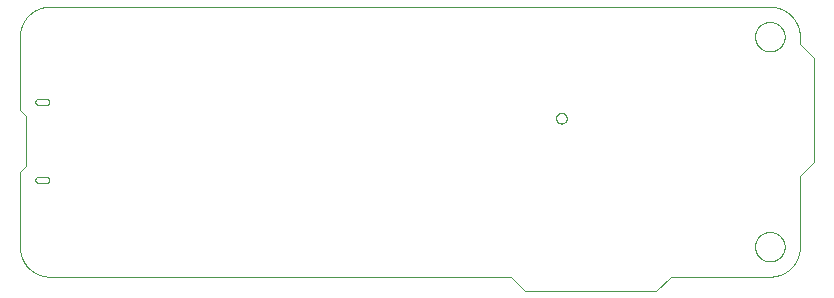
<source format=gbp>
G75*
%MOIN*%
%OFA0B0*%
%FSLAX25Y25*%
%IPPOS*%
%LPD*%
%AMOC8*
5,1,8,0,0,1.08239X$1,22.5*
%
%ADD10C,0.00000*%
D10*
X0031728Y0107122D02*
X0185477Y0107122D01*
X0190201Y0102398D01*
X0233925Y0102398D01*
X0238649Y0107122D01*
X0271728Y0107122D01*
X0266807Y0117122D02*
X0266809Y0117262D01*
X0266815Y0117402D01*
X0266825Y0117541D01*
X0266839Y0117680D01*
X0266857Y0117819D01*
X0266878Y0117957D01*
X0266904Y0118095D01*
X0266934Y0118232D01*
X0266967Y0118367D01*
X0267005Y0118502D01*
X0267046Y0118636D01*
X0267091Y0118769D01*
X0267139Y0118900D01*
X0267192Y0119029D01*
X0267248Y0119158D01*
X0267307Y0119284D01*
X0267371Y0119409D01*
X0267437Y0119532D01*
X0267508Y0119653D01*
X0267581Y0119772D01*
X0267658Y0119889D01*
X0267739Y0120003D01*
X0267822Y0120115D01*
X0267909Y0120225D01*
X0267999Y0120333D01*
X0268091Y0120437D01*
X0268187Y0120539D01*
X0268286Y0120639D01*
X0268387Y0120735D01*
X0268491Y0120829D01*
X0268598Y0120919D01*
X0268707Y0121006D01*
X0268819Y0121091D01*
X0268933Y0121172D01*
X0269049Y0121250D01*
X0269167Y0121324D01*
X0269288Y0121395D01*
X0269410Y0121463D01*
X0269535Y0121527D01*
X0269661Y0121588D01*
X0269788Y0121645D01*
X0269918Y0121698D01*
X0270049Y0121748D01*
X0270181Y0121793D01*
X0270314Y0121836D01*
X0270449Y0121874D01*
X0270584Y0121908D01*
X0270721Y0121939D01*
X0270858Y0121966D01*
X0270996Y0121988D01*
X0271135Y0122007D01*
X0271274Y0122022D01*
X0271413Y0122033D01*
X0271553Y0122040D01*
X0271693Y0122043D01*
X0271833Y0122042D01*
X0271973Y0122037D01*
X0272112Y0122028D01*
X0272252Y0122015D01*
X0272391Y0121998D01*
X0272529Y0121977D01*
X0272667Y0121953D01*
X0272804Y0121924D01*
X0272940Y0121892D01*
X0273075Y0121855D01*
X0273209Y0121815D01*
X0273342Y0121771D01*
X0273473Y0121723D01*
X0273603Y0121672D01*
X0273732Y0121617D01*
X0273859Y0121558D01*
X0273984Y0121495D01*
X0274107Y0121430D01*
X0274229Y0121360D01*
X0274348Y0121287D01*
X0274466Y0121211D01*
X0274581Y0121132D01*
X0274694Y0121049D01*
X0274804Y0120963D01*
X0274912Y0120874D01*
X0275017Y0120782D01*
X0275120Y0120687D01*
X0275220Y0120589D01*
X0275317Y0120489D01*
X0275411Y0120385D01*
X0275503Y0120279D01*
X0275591Y0120171D01*
X0275676Y0120060D01*
X0275758Y0119946D01*
X0275837Y0119830D01*
X0275912Y0119713D01*
X0275984Y0119593D01*
X0276052Y0119471D01*
X0276117Y0119347D01*
X0276179Y0119221D01*
X0276237Y0119094D01*
X0276291Y0118965D01*
X0276342Y0118834D01*
X0276388Y0118702D01*
X0276431Y0118569D01*
X0276471Y0118435D01*
X0276506Y0118300D01*
X0276538Y0118163D01*
X0276565Y0118026D01*
X0276589Y0117888D01*
X0276609Y0117750D01*
X0276625Y0117611D01*
X0276637Y0117471D01*
X0276645Y0117332D01*
X0276649Y0117192D01*
X0276649Y0117052D01*
X0276645Y0116912D01*
X0276637Y0116773D01*
X0276625Y0116633D01*
X0276609Y0116494D01*
X0276589Y0116356D01*
X0276565Y0116218D01*
X0276538Y0116081D01*
X0276506Y0115944D01*
X0276471Y0115809D01*
X0276431Y0115675D01*
X0276388Y0115542D01*
X0276342Y0115410D01*
X0276291Y0115279D01*
X0276237Y0115150D01*
X0276179Y0115023D01*
X0276117Y0114897D01*
X0276052Y0114773D01*
X0275984Y0114651D01*
X0275912Y0114531D01*
X0275837Y0114414D01*
X0275758Y0114298D01*
X0275676Y0114184D01*
X0275591Y0114073D01*
X0275503Y0113965D01*
X0275411Y0113859D01*
X0275317Y0113755D01*
X0275220Y0113655D01*
X0275120Y0113557D01*
X0275017Y0113462D01*
X0274912Y0113370D01*
X0274804Y0113281D01*
X0274694Y0113195D01*
X0274581Y0113112D01*
X0274466Y0113033D01*
X0274348Y0112957D01*
X0274229Y0112884D01*
X0274107Y0112814D01*
X0273984Y0112749D01*
X0273859Y0112686D01*
X0273732Y0112627D01*
X0273603Y0112572D01*
X0273473Y0112521D01*
X0273342Y0112473D01*
X0273209Y0112429D01*
X0273075Y0112389D01*
X0272940Y0112352D01*
X0272804Y0112320D01*
X0272667Y0112291D01*
X0272529Y0112267D01*
X0272391Y0112246D01*
X0272252Y0112229D01*
X0272112Y0112216D01*
X0271973Y0112207D01*
X0271833Y0112202D01*
X0271693Y0112201D01*
X0271553Y0112204D01*
X0271413Y0112211D01*
X0271274Y0112222D01*
X0271135Y0112237D01*
X0270996Y0112256D01*
X0270858Y0112278D01*
X0270721Y0112305D01*
X0270584Y0112336D01*
X0270449Y0112370D01*
X0270314Y0112408D01*
X0270181Y0112451D01*
X0270049Y0112496D01*
X0269918Y0112546D01*
X0269788Y0112599D01*
X0269661Y0112656D01*
X0269535Y0112717D01*
X0269410Y0112781D01*
X0269288Y0112849D01*
X0269167Y0112920D01*
X0269049Y0112994D01*
X0268933Y0113072D01*
X0268819Y0113153D01*
X0268707Y0113238D01*
X0268598Y0113325D01*
X0268491Y0113415D01*
X0268387Y0113509D01*
X0268286Y0113605D01*
X0268187Y0113705D01*
X0268091Y0113807D01*
X0267999Y0113911D01*
X0267909Y0114019D01*
X0267822Y0114129D01*
X0267739Y0114241D01*
X0267658Y0114355D01*
X0267581Y0114472D01*
X0267508Y0114591D01*
X0267437Y0114712D01*
X0267371Y0114835D01*
X0267307Y0114960D01*
X0267248Y0115086D01*
X0267192Y0115215D01*
X0267139Y0115344D01*
X0267091Y0115475D01*
X0267046Y0115608D01*
X0267005Y0115742D01*
X0266967Y0115877D01*
X0266934Y0116012D01*
X0266904Y0116149D01*
X0266878Y0116287D01*
X0266857Y0116425D01*
X0266839Y0116564D01*
X0266825Y0116703D01*
X0266815Y0116842D01*
X0266809Y0116982D01*
X0266807Y0117122D01*
X0271728Y0107122D02*
X0271970Y0107125D01*
X0272211Y0107134D01*
X0272452Y0107148D01*
X0272693Y0107169D01*
X0272933Y0107195D01*
X0273173Y0107227D01*
X0273412Y0107265D01*
X0273649Y0107308D01*
X0273886Y0107358D01*
X0274121Y0107413D01*
X0274355Y0107473D01*
X0274587Y0107540D01*
X0274818Y0107611D01*
X0275047Y0107689D01*
X0275274Y0107772D01*
X0275499Y0107860D01*
X0275722Y0107954D01*
X0275942Y0108053D01*
X0276160Y0108158D01*
X0276375Y0108267D01*
X0276588Y0108382D01*
X0276798Y0108502D01*
X0277004Y0108627D01*
X0277208Y0108757D01*
X0277409Y0108892D01*
X0277606Y0109032D01*
X0277800Y0109176D01*
X0277990Y0109325D01*
X0278176Y0109479D01*
X0278359Y0109637D01*
X0278538Y0109799D01*
X0278713Y0109966D01*
X0278884Y0110137D01*
X0279051Y0110312D01*
X0279213Y0110491D01*
X0279371Y0110674D01*
X0279525Y0110860D01*
X0279674Y0111050D01*
X0279818Y0111244D01*
X0279958Y0111441D01*
X0280093Y0111642D01*
X0280223Y0111846D01*
X0280348Y0112052D01*
X0280468Y0112262D01*
X0280583Y0112475D01*
X0280692Y0112690D01*
X0280797Y0112908D01*
X0280896Y0113128D01*
X0280990Y0113351D01*
X0281078Y0113576D01*
X0281161Y0113803D01*
X0281239Y0114032D01*
X0281310Y0114263D01*
X0281377Y0114495D01*
X0281437Y0114729D01*
X0281492Y0114964D01*
X0281542Y0115201D01*
X0281585Y0115438D01*
X0281623Y0115677D01*
X0281655Y0115917D01*
X0281681Y0116157D01*
X0281702Y0116398D01*
X0281716Y0116639D01*
X0281725Y0116880D01*
X0281728Y0117122D01*
X0281728Y0140587D01*
X0286453Y0145311D01*
X0286453Y0179957D01*
X0281728Y0184681D01*
X0281728Y0187122D01*
X0266807Y0187122D02*
X0266809Y0187262D01*
X0266815Y0187402D01*
X0266825Y0187541D01*
X0266839Y0187680D01*
X0266857Y0187819D01*
X0266878Y0187957D01*
X0266904Y0188095D01*
X0266934Y0188232D01*
X0266967Y0188367D01*
X0267005Y0188502D01*
X0267046Y0188636D01*
X0267091Y0188769D01*
X0267139Y0188900D01*
X0267192Y0189029D01*
X0267248Y0189158D01*
X0267307Y0189284D01*
X0267371Y0189409D01*
X0267437Y0189532D01*
X0267508Y0189653D01*
X0267581Y0189772D01*
X0267658Y0189889D01*
X0267739Y0190003D01*
X0267822Y0190115D01*
X0267909Y0190225D01*
X0267999Y0190333D01*
X0268091Y0190437D01*
X0268187Y0190539D01*
X0268286Y0190639D01*
X0268387Y0190735D01*
X0268491Y0190829D01*
X0268598Y0190919D01*
X0268707Y0191006D01*
X0268819Y0191091D01*
X0268933Y0191172D01*
X0269049Y0191250D01*
X0269167Y0191324D01*
X0269288Y0191395D01*
X0269410Y0191463D01*
X0269535Y0191527D01*
X0269661Y0191588D01*
X0269788Y0191645D01*
X0269918Y0191698D01*
X0270049Y0191748D01*
X0270181Y0191793D01*
X0270314Y0191836D01*
X0270449Y0191874D01*
X0270584Y0191908D01*
X0270721Y0191939D01*
X0270858Y0191966D01*
X0270996Y0191988D01*
X0271135Y0192007D01*
X0271274Y0192022D01*
X0271413Y0192033D01*
X0271553Y0192040D01*
X0271693Y0192043D01*
X0271833Y0192042D01*
X0271973Y0192037D01*
X0272112Y0192028D01*
X0272252Y0192015D01*
X0272391Y0191998D01*
X0272529Y0191977D01*
X0272667Y0191953D01*
X0272804Y0191924D01*
X0272940Y0191892D01*
X0273075Y0191855D01*
X0273209Y0191815D01*
X0273342Y0191771D01*
X0273473Y0191723D01*
X0273603Y0191672D01*
X0273732Y0191617D01*
X0273859Y0191558D01*
X0273984Y0191495D01*
X0274107Y0191430D01*
X0274229Y0191360D01*
X0274348Y0191287D01*
X0274466Y0191211D01*
X0274581Y0191132D01*
X0274694Y0191049D01*
X0274804Y0190963D01*
X0274912Y0190874D01*
X0275017Y0190782D01*
X0275120Y0190687D01*
X0275220Y0190589D01*
X0275317Y0190489D01*
X0275411Y0190385D01*
X0275503Y0190279D01*
X0275591Y0190171D01*
X0275676Y0190060D01*
X0275758Y0189946D01*
X0275837Y0189830D01*
X0275912Y0189713D01*
X0275984Y0189593D01*
X0276052Y0189471D01*
X0276117Y0189347D01*
X0276179Y0189221D01*
X0276237Y0189094D01*
X0276291Y0188965D01*
X0276342Y0188834D01*
X0276388Y0188702D01*
X0276431Y0188569D01*
X0276471Y0188435D01*
X0276506Y0188300D01*
X0276538Y0188163D01*
X0276565Y0188026D01*
X0276589Y0187888D01*
X0276609Y0187750D01*
X0276625Y0187611D01*
X0276637Y0187471D01*
X0276645Y0187332D01*
X0276649Y0187192D01*
X0276649Y0187052D01*
X0276645Y0186912D01*
X0276637Y0186773D01*
X0276625Y0186633D01*
X0276609Y0186494D01*
X0276589Y0186356D01*
X0276565Y0186218D01*
X0276538Y0186081D01*
X0276506Y0185944D01*
X0276471Y0185809D01*
X0276431Y0185675D01*
X0276388Y0185542D01*
X0276342Y0185410D01*
X0276291Y0185279D01*
X0276237Y0185150D01*
X0276179Y0185023D01*
X0276117Y0184897D01*
X0276052Y0184773D01*
X0275984Y0184651D01*
X0275912Y0184531D01*
X0275837Y0184414D01*
X0275758Y0184298D01*
X0275676Y0184184D01*
X0275591Y0184073D01*
X0275503Y0183965D01*
X0275411Y0183859D01*
X0275317Y0183755D01*
X0275220Y0183655D01*
X0275120Y0183557D01*
X0275017Y0183462D01*
X0274912Y0183370D01*
X0274804Y0183281D01*
X0274694Y0183195D01*
X0274581Y0183112D01*
X0274466Y0183033D01*
X0274348Y0182957D01*
X0274229Y0182884D01*
X0274107Y0182814D01*
X0273984Y0182749D01*
X0273859Y0182686D01*
X0273732Y0182627D01*
X0273603Y0182572D01*
X0273473Y0182521D01*
X0273342Y0182473D01*
X0273209Y0182429D01*
X0273075Y0182389D01*
X0272940Y0182352D01*
X0272804Y0182320D01*
X0272667Y0182291D01*
X0272529Y0182267D01*
X0272391Y0182246D01*
X0272252Y0182229D01*
X0272112Y0182216D01*
X0271973Y0182207D01*
X0271833Y0182202D01*
X0271693Y0182201D01*
X0271553Y0182204D01*
X0271413Y0182211D01*
X0271274Y0182222D01*
X0271135Y0182237D01*
X0270996Y0182256D01*
X0270858Y0182278D01*
X0270721Y0182305D01*
X0270584Y0182336D01*
X0270449Y0182370D01*
X0270314Y0182408D01*
X0270181Y0182451D01*
X0270049Y0182496D01*
X0269918Y0182546D01*
X0269788Y0182599D01*
X0269661Y0182656D01*
X0269535Y0182717D01*
X0269410Y0182781D01*
X0269288Y0182849D01*
X0269167Y0182920D01*
X0269049Y0182994D01*
X0268933Y0183072D01*
X0268819Y0183153D01*
X0268707Y0183238D01*
X0268598Y0183325D01*
X0268491Y0183415D01*
X0268387Y0183509D01*
X0268286Y0183605D01*
X0268187Y0183705D01*
X0268091Y0183807D01*
X0267999Y0183911D01*
X0267909Y0184019D01*
X0267822Y0184129D01*
X0267739Y0184241D01*
X0267658Y0184355D01*
X0267581Y0184472D01*
X0267508Y0184591D01*
X0267437Y0184712D01*
X0267371Y0184835D01*
X0267307Y0184960D01*
X0267248Y0185086D01*
X0267192Y0185215D01*
X0267139Y0185344D01*
X0267091Y0185475D01*
X0267046Y0185608D01*
X0267005Y0185742D01*
X0266967Y0185877D01*
X0266934Y0186012D01*
X0266904Y0186149D01*
X0266878Y0186287D01*
X0266857Y0186425D01*
X0266839Y0186564D01*
X0266825Y0186703D01*
X0266815Y0186842D01*
X0266809Y0186982D01*
X0266807Y0187122D01*
X0271728Y0197122D02*
X0271970Y0197119D01*
X0272211Y0197110D01*
X0272452Y0197096D01*
X0272693Y0197075D01*
X0272933Y0197049D01*
X0273173Y0197017D01*
X0273412Y0196979D01*
X0273649Y0196936D01*
X0273886Y0196886D01*
X0274121Y0196831D01*
X0274355Y0196771D01*
X0274587Y0196704D01*
X0274818Y0196633D01*
X0275047Y0196555D01*
X0275274Y0196472D01*
X0275499Y0196384D01*
X0275722Y0196290D01*
X0275942Y0196191D01*
X0276160Y0196086D01*
X0276375Y0195977D01*
X0276588Y0195862D01*
X0276798Y0195742D01*
X0277004Y0195617D01*
X0277208Y0195487D01*
X0277409Y0195352D01*
X0277606Y0195212D01*
X0277800Y0195068D01*
X0277990Y0194919D01*
X0278176Y0194765D01*
X0278359Y0194607D01*
X0278538Y0194445D01*
X0278713Y0194278D01*
X0278884Y0194107D01*
X0279051Y0193932D01*
X0279213Y0193753D01*
X0279371Y0193570D01*
X0279525Y0193384D01*
X0279674Y0193194D01*
X0279818Y0193000D01*
X0279958Y0192803D01*
X0280093Y0192602D01*
X0280223Y0192398D01*
X0280348Y0192192D01*
X0280468Y0191982D01*
X0280583Y0191769D01*
X0280692Y0191554D01*
X0280797Y0191336D01*
X0280896Y0191116D01*
X0280990Y0190893D01*
X0281078Y0190668D01*
X0281161Y0190441D01*
X0281239Y0190212D01*
X0281310Y0189981D01*
X0281377Y0189749D01*
X0281437Y0189515D01*
X0281492Y0189280D01*
X0281542Y0189043D01*
X0281585Y0188806D01*
X0281623Y0188567D01*
X0281655Y0188327D01*
X0281681Y0188087D01*
X0281702Y0187846D01*
X0281716Y0187605D01*
X0281725Y0187364D01*
X0281728Y0187122D01*
X0271728Y0197122D02*
X0031728Y0197122D01*
X0031486Y0197119D01*
X0031245Y0197110D01*
X0031004Y0197096D01*
X0030763Y0197075D01*
X0030523Y0197049D01*
X0030283Y0197017D01*
X0030044Y0196979D01*
X0029807Y0196936D01*
X0029570Y0196886D01*
X0029335Y0196831D01*
X0029101Y0196771D01*
X0028869Y0196704D01*
X0028638Y0196633D01*
X0028409Y0196555D01*
X0028182Y0196472D01*
X0027957Y0196384D01*
X0027734Y0196290D01*
X0027514Y0196191D01*
X0027296Y0196086D01*
X0027081Y0195977D01*
X0026868Y0195862D01*
X0026658Y0195742D01*
X0026452Y0195617D01*
X0026248Y0195487D01*
X0026047Y0195352D01*
X0025850Y0195212D01*
X0025656Y0195068D01*
X0025466Y0194919D01*
X0025280Y0194765D01*
X0025097Y0194607D01*
X0024918Y0194445D01*
X0024743Y0194278D01*
X0024572Y0194107D01*
X0024405Y0193932D01*
X0024243Y0193753D01*
X0024085Y0193570D01*
X0023931Y0193384D01*
X0023782Y0193194D01*
X0023638Y0193000D01*
X0023498Y0192803D01*
X0023363Y0192602D01*
X0023233Y0192398D01*
X0023108Y0192192D01*
X0022988Y0191982D01*
X0022873Y0191769D01*
X0022764Y0191554D01*
X0022659Y0191336D01*
X0022560Y0191116D01*
X0022466Y0190893D01*
X0022378Y0190668D01*
X0022295Y0190441D01*
X0022217Y0190212D01*
X0022146Y0189981D01*
X0022079Y0189749D01*
X0022019Y0189515D01*
X0021964Y0189280D01*
X0021914Y0189043D01*
X0021871Y0188806D01*
X0021833Y0188567D01*
X0021801Y0188327D01*
X0021775Y0188087D01*
X0021754Y0187846D01*
X0021740Y0187605D01*
X0021731Y0187364D01*
X0021728Y0187122D01*
X0021728Y0162622D01*
X0023728Y0160622D01*
X0023728Y0144122D01*
X0021728Y0142122D01*
X0021728Y0117122D01*
X0021731Y0116880D01*
X0021740Y0116639D01*
X0021754Y0116398D01*
X0021775Y0116157D01*
X0021801Y0115917D01*
X0021833Y0115677D01*
X0021871Y0115438D01*
X0021914Y0115201D01*
X0021964Y0114964D01*
X0022019Y0114729D01*
X0022079Y0114495D01*
X0022146Y0114263D01*
X0022217Y0114032D01*
X0022295Y0113803D01*
X0022378Y0113576D01*
X0022466Y0113351D01*
X0022560Y0113128D01*
X0022659Y0112908D01*
X0022764Y0112690D01*
X0022873Y0112475D01*
X0022988Y0112262D01*
X0023108Y0112052D01*
X0023233Y0111846D01*
X0023363Y0111642D01*
X0023498Y0111441D01*
X0023638Y0111244D01*
X0023782Y0111050D01*
X0023931Y0110860D01*
X0024085Y0110674D01*
X0024243Y0110491D01*
X0024405Y0110312D01*
X0024572Y0110137D01*
X0024743Y0109966D01*
X0024918Y0109799D01*
X0025097Y0109637D01*
X0025280Y0109479D01*
X0025466Y0109325D01*
X0025656Y0109176D01*
X0025850Y0109032D01*
X0026047Y0108892D01*
X0026248Y0108757D01*
X0026452Y0108627D01*
X0026658Y0108502D01*
X0026868Y0108382D01*
X0027081Y0108267D01*
X0027296Y0108158D01*
X0027514Y0108053D01*
X0027734Y0107954D01*
X0027957Y0107860D01*
X0028182Y0107772D01*
X0028409Y0107689D01*
X0028638Y0107611D01*
X0028869Y0107540D01*
X0029101Y0107473D01*
X0029335Y0107413D01*
X0029570Y0107358D01*
X0029807Y0107308D01*
X0030044Y0107265D01*
X0030283Y0107227D01*
X0030523Y0107195D01*
X0030763Y0107169D01*
X0031004Y0107148D01*
X0031245Y0107134D01*
X0031486Y0107125D01*
X0031728Y0107122D01*
X0030606Y0138396D02*
X0027850Y0138396D01*
X0027788Y0138398D01*
X0027727Y0138404D01*
X0027666Y0138413D01*
X0027605Y0138427D01*
X0027546Y0138444D01*
X0027488Y0138465D01*
X0027431Y0138490D01*
X0027376Y0138518D01*
X0027323Y0138549D01*
X0027272Y0138584D01*
X0027223Y0138622D01*
X0027176Y0138663D01*
X0027133Y0138706D01*
X0027092Y0138753D01*
X0027054Y0138802D01*
X0027019Y0138853D01*
X0026988Y0138906D01*
X0026960Y0138961D01*
X0026935Y0139018D01*
X0026914Y0139076D01*
X0026897Y0139135D01*
X0026883Y0139196D01*
X0026874Y0139257D01*
X0026868Y0139318D01*
X0026866Y0139380D01*
X0026868Y0139442D01*
X0026874Y0139503D01*
X0026883Y0139564D01*
X0026897Y0139625D01*
X0026914Y0139684D01*
X0026935Y0139742D01*
X0026960Y0139799D01*
X0026988Y0139854D01*
X0027019Y0139907D01*
X0027054Y0139958D01*
X0027092Y0140007D01*
X0027133Y0140054D01*
X0027176Y0140097D01*
X0027223Y0140138D01*
X0027272Y0140176D01*
X0027323Y0140211D01*
X0027376Y0140242D01*
X0027431Y0140270D01*
X0027488Y0140295D01*
X0027546Y0140316D01*
X0027605Y0140333D01*
X0027666Y0140347D01*
X0027727Y0140356D01*
X0027788Y0140362D01*
X0027850Y0140364D01*
X0030606Y0140364D01*
X0030668Y0140362D01*
X0030729Y0140356D01*
X0030790Y0140347D01*
X0030851Y0140333D01*
X0030910Y0140316D01*
X0030968Y0140295D01*
X0031025Y0140270D01*
X0031080Y0140242D01*
X0031133Y0140211D01*
X0031184Y0140176D01*
X0031233Y0140138D01*
X0031280Y0140097D01*
X0031323Y0140054D01*
X0031364Y0140007D01*
X0031402Y0139958D01*
X0031437Y0139907D01*
X0031468Y0139854D01*
X0031496Y0139799D01*
X0031521Y0139742D01*
X0031542Y0139684D01*
X0031559Y0139625D01*
X0031573Y0139564D01*
X0031582Y0139503D01*
X0031588Y0139442D01*
X0031590Y0139380D01*
X0031588Y0139318D01*
X0031582Y0139257D01*
X0031573Y0139196D01*
X0031559Y0139135D01*
X0031542Y0139076D01*
X0031521Y0139018D01*
X0031496Y0138961D01*
X0031468Y0138906D01*
X0031437Y0138853D01*
X0031402Y0138802D01*
X0031364Y0138753D01*
X0031323Y0138706D01*
X0031280Y0138663D01*
X0031233Y0138622D01*
X0031184Y0138584D01*
X0031133Y0138549D01*
X0031080Y0138518D01*
X0031025Y0138490D01*
X0030968Y0138465D01*
X0030910Y0138444D01*
X0030851Y0138427D01*
X0030790Y0138413D01*
X0030729Y0138404D01*
X0030668Y0138398D01*
X0030606Y0138396D01*
X0030606Y0164380D02*
X0027850Y0164380D01*
X0027788Y0164382D01*
X0027727Y0164388D01*
X0027666Y0164397D01*
X0027605Y0164411D01*
X0027546Y0164428D01*
X0027488Y0164449D01*
X0027431Y0164474D01*
X0027376Y0164502D01*
X0027323Y0164533D01*
X0027272Y0164568D01*
X0027223Y0164606D01*
X0027176Y0164647D01*
X0027133Y0164690D01*
X0027092Y0164737D01*
X0027054Y0164786D01*
X0027019Y0164837D01*
X0026988Y0164890D01*
X0026960Y0164945D01*
X0026935Y0165002D01*
X0026914Y0165060D01*
X0026897Y0165119D01*
X0026883Y0165180D01*
X0026874Y0165241D01*
X0026868Y0165302D01*
X0026866Y0165364D01*
X0026868Y0165426D01*
X0026874Y0165487D01*
X0026883Y0165548D01*
X0026897Y0165609D01*
X0026914Y0165668D01*
X0026935Y0165726D01*
X0026960Y0165783D01*
X0026988Y0165838D01*
X0027019Y0165891D01*
X0027054Y0165942D01*
X0027092Y0165991D01*
X0027133Y0166038D01*
X0027176Y0166081D01*
X0027223Y0166122D01*
X0027272Y0166160D01*
X0027323Y0166195D01*
X0027376Y0166226D01*
X0027431Y0166254D01*
X0027488Y0166279D01*
X0027546Y0166300D01*
X0027605Y0166317D01*
X0027666Y0166331D01*
X0027727Y0166340D01*
X0027788Y0166346D01*
X0027850Y0166348D01*
X0030606Y0166348D01*
X0030668Y0166346D01*
X0030729Y0166340D01*
X0030790Y0166331D01*
X0030851Y0166317D01*
X0030910Y0166300D01*
X0030968Y0166279D01*
X0031025Y0166254D01*
X0031080Y0166226D01*
X0031133Y0166195D01*
X0031184Y0166160D01*
X0031233Y0166122D01*
X0031280Y0166081D01*
X0031323Y0166038D01*
X0031364Y0165991D01*
X0031402Y0165942D01*
X0031437Y0165891D01*
X0031468Y0165838D01*
X0031496Y0165783D01*
X0031521Y0165726D01*
X0031542Y0165668D01*
X0031559Y0165609D01*
X0031573Y0165548D01*
X0031582Y0165487D01*
X0031588Y0165426D01*
X0031590Y0165364D01*
X0031588Y0165302D01*
X0031582Y0165241D01*
X0031573Y0165180D01*
X0031559Y0165119D01*
X0031542Y0165060D01*
X0031521Y0165002D01*
X0031496Y0164945D01*
X0031468Y0164890D01*
X0031437Y0164837D01*
X0031402Y0164786D01*
X0031364Y0164737D01*
X0031323Y0164690D01*
X0031280Y0164647D01*
X0031233Y0164606D01*
X0031184Y0164568D01*
X0031133Y0164533D01*
X0031080Y0164502D01*
X0031025Y0164474D01*
X0030968Y0164449D01*
X0030910Y0164428D01*
X0030851Y0164411D01*
X0030790Y0164397D01*
X0030729Y0164388D01*
X0030668Y0164382D01*
X0030606Y0164380D01*
X0200476Y0159961D02*
X0200478Y0160045D01*
X0200484Y0160128D01*
X0200494Y0160211D01*
X0200508Y0160294D01*
X0200525Y0160376D01*
X0200547Y0160457D01*
X0200572Y0160536D01*
X0200601Y0160615D01*
X0200634Y0160692D01*
X0200670Y0160767D01*
X0200710Y0160841D01*
X0200753Y0160913D01*
X0200800Y0160982D01*
X0200850Y0161049D01*
X0200903Y0161114D01*
X0200959Y0161176D01*
X0201017Y0161236D01*
X0201079Y0161293D01*
X0201143Y0161346D01*
X0201210Y0161397D01*
X0201279Y0161444D01*
X0201350Y0161489D01*
X0201423Y0161529D01*
X0201498Y0161566D01*
X0201575Y0161600D01*
X0201653Y0161630D01*
X0201732Y0161656D01*
X0201813Y0161679D01*
X0201895Y0161697D01*
X0201977Y0161712D01*
X0202060Y0161723D01*
X0202143Y0161730D01*
X0202227Y0161733D01*
X0202311Y0161732D01*
X0202394Y0161727D01*
X0202478Y0161718D01*
X0202560Y0161705D01*
X0202642Y0161689D01*
X0202723Y0161668D01*
X0202804Y0161644D01*
X0202882Y0161616D01*
X0202960Y0161584D01*
X0203036Y0161548D01*
X0203110Y0161509D01*
X0203182Y0161467D01*
X0203252Y0161421D01*
X0203320Y0161372D01*
X0203385Y0161320D01*
X0203448Y0161265D01*
X0203508Y0161207D01*
X0203566Y0161146D01*
X0203620Y0161082D01*
X0203672Y0161016D01*
X0203720Y0160948D01*
X0203765Y0160877D01*
X0203806Y0160804D01*
X0203845Y0160730D01*
X0203879Y0160654D01*
X0203910Y0160576D01*
X0203937Y0160497D01*
X0203961Y0160416D01*
X0203980Y0160335D01*
X0203996Y0160253D01*
X0204008Y0160170D01*
X0204016Y0160086D01*
X0204020Y0160003D01*
X0204020Y0159919D01*
X0204016Y0159836D01*
X0204008Y0159752D01*
X0203996Y0159669D01*
X0203980Y0159587D01*
X0203961Y0159506D01*
X0203937Y0159425D01*
X0203910Y0159346D01*
X0203879Y0159268D01*
X0203845Y0159192D01*
X0203806Y0159118D01*
X0203765Y0159045D01*
X0203720Y0158974D01*
X0203672Y0158906D01*
X0203620Y0158840D01*
X0203566Y0158776D01*
X0203508Y0158715D01*
X0203448Y0158657D01*
X0203385Y0158602D01*
X0203320Y0158550D01*
X0203252Y0158501D01*
X0203182Y0158455D01*
X0203110Y0158413D01*
X0203036Y0158374D01*
X0202960Y0158338D01*
X0202882Y0158306D01*
X0202804Y0158278D01*
X0202723Y0158254D01*
X0202642Y0158233D01*
X0202560Y0158217D01*
X0202478Y0158204D01*
X0202394Y0158195D01*
X0202311Y0158190D01*
X0202227Y0158189D01*
X0202143Y0158192D01*
X0202060Y0158199D01*
X0201977Y0158210D01*
X0201895Y0158225D01*
X0201813Y0158243D01*
X0201732Y0158266D01*
X0201653Y0158292D01*
X0201575Y0158322D01*
X0201498Y0158356D01*
X0201423Y0158393D01*
X0201350Y0158433D01*
X0201279Y0158478D01*
X0201210Y0158525D01*
X0201143Y0158576D01*
X0201079Y0158629D01*
X0201017Y0158686D01*
X0200959Y0158746D01*
X0200903Y0158808D01*
X0200850Y0158873D01*
X0200800Y0158940D01*
X0200753Y0159009D01*
X0200710Y0159081D01*
X0200670Y0159155D01*
X0200634Y0159230D01*
X0200601Y0159307D01*
X0200572Y0159386D01*
X0200547Y0159465D01*
X0200525Y0159546D01*
X0200508Y0159628D01*
X0200494Y0159711D01*
X0200484Y0159794D01*
X0200478Y0159877D01*
X0200476Y0159961D01*
M02*

</source>
